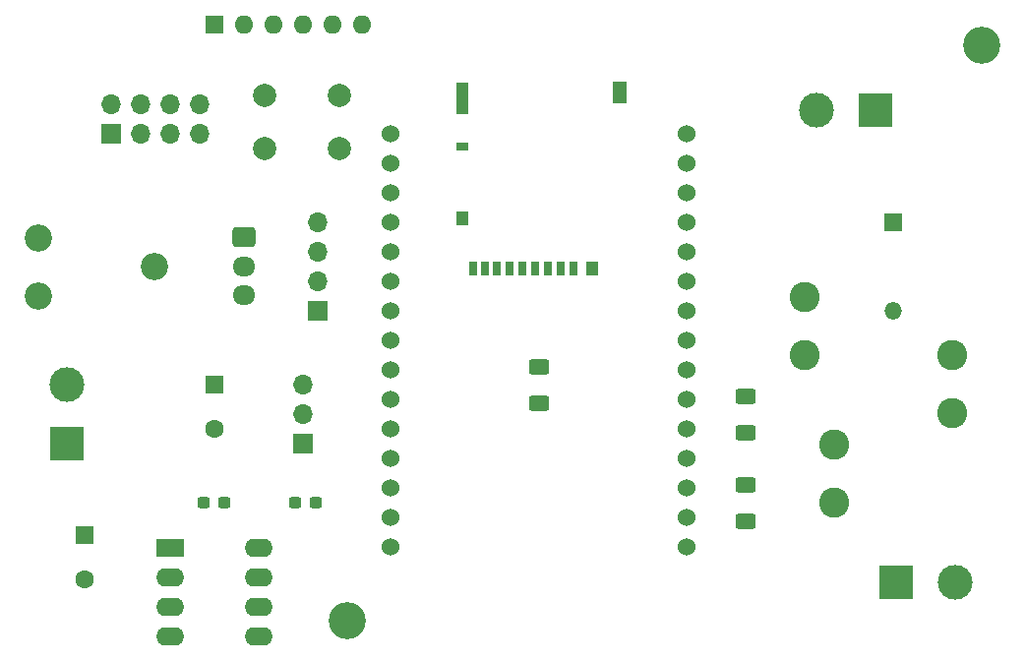
<source format=gbr>
%TF.GenerationSoftware,KiCad,Pcbnew,6.0.2+dfsg-1*%
%TF.CreationDate,2023-10-02T17:07:50+02:00*%
%TF.ProjectId,iop,696f702e-6b69-4636-9164-5f7063625858,rev?*%
%TF.SameCoordinates,Original*%
%TF.FileFunction,Soldermask,Bot*%
%TF.FilePolarity,Negative*%
%FSLAX46Y46*%
G04 Gerber Fmt 4.6, Leading zero omitted, Abs format (unit mm)*
G04 Created by KiCad (PCBNEW 6.0.2+dfsg-1) date 2023-10-02 17:07:50*
%MOMM*%
%LPD*%
G01*
G04 APERTURE LIST*
G04 Aperture macros list*
%AMRoundRect*
0 Rectangle with rounded corners*
0 $1 Rounding radius*
0 $2 $3 $4 $5 $6 $7 $8 $9 X,Y pos of 4 corners*
0 Add a 4 corners polygon primitive as box body*
4,1,4,$2,$3,$4,$5,$6,$7,$8,$9,$2,$3,0*
0 Add four circle primitives for the rounded corners*
1,1,$1+$1,$2,$3*
1,1,$1+$1,$4,$5*
1,1,$1+$1,$6,$7*
1,1,$1+$1,$8,$9*
0 Add four rect primitives between the rounded corners*
20,1,$1+$1,$2,$3,$4,$5,0*
20,1,$1+$1,$4,$5,$6,$7,0*
20,1,$1+$1,$6,$7,$8,$9,0*
20,1,$1+$1,$8,$9,$2,$3,0*%
G04 Aperture macros list end*
%ADD10C,3.200000*%
%ADD11R,1.600000X1.600000*%
%ADD12O,1.600000X1.600000*%
%ADD13R,1.700000X1.700000*%
%ADD14O,1.700000X1.700000*%
%ADD15R,1.500000X1.500000*%
%ADD16O,1.500000X1.500000*%
%ADD17C,1.524000*%
%ADD18R,2.400000X1.600000*%
%ADD19O,2.400000X1.600000*%
%ADD20C,2.000000*%
%ADD21C,1.600000*%
%ADD22C,2.600000*%
%ADD23RoundRect,0.250000X-0.725000X0.600000X-0.725000X-0.600000X0.725000X-0.600000X0.725000X0.600000X0*%
%ADD24O,1.950000X1.700000*%
%ADD25R,3.000000X3.000000*%
%ADD26C,3.000000*%
%ADD27C,2.340000*%
%ADD28RoundRect,0.237500X-0.300000X-0.237500X0.300000X-0.237500X0.300000X0.237500X-0.300000X0.237500X0*%
%ADD29RoundRect,0.250000X-0.625000X0.400000X-0.625000X-0.400000X0.625000X-0.400000X0.625000X0.400000X0*%
%ADD30RoundRect,0.250000X0.625000X-0.400000X0.625000X0.400000X-0.625000X0.400000X-0.625000X-0.400000X0*%
%ADD31R,0.700000X1.200000*%
%ADD32R,1.000000X0.800000*%
%ADD33R,1.000000X2.800000*%
%ADD34R,1.000000X1.200000*%
%ADD35R,1.300000X1.900000*%
G04 APERTURE END LIST*
D10*
%TO.C,mnt_hole*%
X87630000Y-160020000D03*
%TD*%
%TO.C,mnt_hole*%
X142240000Y-110490000D03*
%TD*%
D11*
%TO.C,RN1*%
X76200000Y-108712000D03*
D12*
X78740000Y-108712000D03*
X81280000Y-108712000D03*
X83820000Y-108712000D03*
X86360000Y-108712000D03*
X88900000Y-108712000D03*
%TD*%
D13*
%TO.C,J8*%
X83820000Y-144780000D03*
D14*
X83820000Y-142240000D03*
X83820000Y-139700000D03*
%TD*%
D15*
%TO.C,D1*%
X134620000Y-125725000D03*
D16*
X134620000Y-133345000D03*
%TD*%
D17*
%TO.C,U1*%
X91390000Y-118100000D03*
X91390000Y-120640000D03*
X91390000Y-123180000D03*
X91390000Y-125720000D03*
X91390000Y-128260000D03*
X91390000Y-130800000D03*
X91390000Y-133340000D03*
X91390000Y-135880000D03*
X91390000Y-138420000D03*
X91390000Y-140960000D03*
X91390000Y-143500000D03*
X91390000Y-146040000D03*
X91390000Y-148580000D03*
X91390000Y-151120000D03*
X91390000Y-153660000D03*
X116890000Y-118100000D03*
X116890000Y-120640000D03*
X116890000Y-123180000D03*
X116890000Y-125720000D03*
X116890000Y-128260000D03*
X116890000Y-130800000D03*
X116890000Y-133340000D03*
X116890000Y-135880000D03*
X116890000Y-138420000D03*
X116890000Y-140960000D03*
X116890000Y-143500000D03*
X116890000Y-146040000D03*
X116890000Y-148580000D03*
X116890000Y-151120000D03*
X116890000Y-153660000D03*
%TD*%
D18*
%TO.C,U2*%
X72390000Y-153680000D03*
D19*
X72390000Y-156220000D03*
X72390000Y-158760000D03*
X72390000Y-161300000D03*
X80010000Y-161300000D03*
X80010000Y-158760000D03*
X80010000Y-156220000D03*
X80010000Y-153680000D03*
%TD*%
D20*
%TO.C,SW1*%
X80518000Y-114808000D03*
X87018000Y-114808000D03*
X87018000Y-119308000D03*
X80518000Y-119308000D03*
%TD*%
D11*
%TO.C,C4*%
X76200000Y-139700000D03*
D21*
X76200000Y-143500000D03*
%TD*%
D22*
%TO.C,L3*%
X139700000Y-137160000D03*
X139700000Y-142160000D03*
%TD*%
D23*
%TO.C,J2*%
X78740000Y-127000000D03*
D24*
X78740000Y-129500000D03*
X78740000Y-132000000D03*
%TD*%
D22*
%TO.C,L2*%
X127000000Y-137160000D03*
X127000000Y-132160000D03*
%TD*%
D13*
%TO.C,J5*%
X85090000Y-133340000D03*
D14*
X85090000Y-130800000D03*
X85090000Y-128260000D03*
X85090000Y-125720000D03*
%TD*%
D25*
%TO.C,J1*%
X133096000Y-116078000D03*
D26*
X128016000Y-116078000D03*
%TD*%
D13*
%TO.C,J7*%
X67320000Y-118115000D03*
D14*
X67320000Y-115575000D03*
X69860000Y-118115000D03*
X69860000Y-115575000D03*
X72400000Y-118115000D03*
X72400000Y-115575000D03*
X74940000Y-118115000D03*
X74940000Y-115575000D03*
%TD*%
D25*
%TO.C,J3*%
X134874000Y-156718000D03*
D26*
X139954000Y-156718000D03*
%TD*%
D11*
%TO.C,C7*%
X65024000Y-152654000D03*
D21*
X65024000Y-156454000D03*
%TD*%
D22*
%TO.C,L1*%
X129540000Y-149860000D03*
X129540000Y-144860000D03*
%TD*%
D25*
%TO.C,J6*%
X63500000Y-144780000D03*
D26*
X63500000Y-139700000D03*
%TD*%
D27*
%TO.C,RV1*%
X61040000Y-132015000D03*
X71040000Y-129515000D03*
X61040000Y-127015000D03*
%TD*%
D28*
%TO.C,C6*%
X83211500Y-149860000D03*
X84936500Y-149860000D03*
%TD*%
D29*
%TO.C,R4*%
X104140000Y-138150000D03*
X104140000Y-141250000D03*
%TD*%
%TO.C,R1*%
X121920000Y-140690000D03*
X121920000Y-143790000D03*
%TD*%
D30*
%TO.C,R2*%
X121920000Y-151410000D03*
X121920000Y-148310000D03*
%TD*%
D28*
%TO.C,C5*%
X75337500Y-149860000D03*
X77062500Y-149860000D03*
%TD*%
D31*
%TO.C,J4*%
X107169000Y-129645000D03*
X106069000Y-129645000D03*
X104969000Y-129645000D03*
X103869000Y-129645000D03*
X102769000Y-129645000D03*
X101669000Y-129645000D03*
X100569000Y-129645000D03*
X99469000Y-129645000D03*
X98519000Y-129645000D03*
D32*
X97569000Y-119145000D03*
D33*
X97569000Y-114995000D03*
D34*
X97569000Y-125345000D03*
X108719000Y-129645000D03*
D35*
X111069000Y-114545000D03*
%TD*%
M02*

</source>
